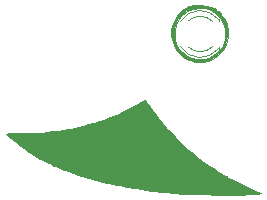
<source format=gbr>
G04 #@! TF.GenerationSoftware,KiCad,Pcbnew,(5.1.2)-1*
G04 #@! TF.CreationDate,2019-06-19T12:48:08+08:00*
G04 #@! TF.ProjectId,docker_take2,646f636b-6572-45f7-9461-6b65322e6b69,rev?*
G04 #@! TF.SameCoordinates,Original*
G04 #@! TF.FileFunction,Legend,Top*
G04 #@! TF.FilePolarity,Positive*
%FSLAX46Y46*%
G04 Gerber Fmt 4.6, Leading zero omitted, Abs format (unit mm)*
G04 Created by KiCad (PCBNEW (5.1.2)-1) date 2019-06-19 12:48:08*
%MOMM*%
%LPD*%
G04 APERTURE LIST*
%ADD10C,0.010000*%
%ADD11C,0.120000*%
G04 APERTURE END LIST*
D10*
G36*
X136133021Y-95376021D02*
G01*
X136290003Y-95578393D01*
X136417758Y-95794797D01*
X136502109Y-95945415D01*
X136569858Y-96021376D01*
X136578067Y-96023577D01*
X136643531Y-96078295D01*
X136740005Y-96213652D01*
X136762881Y-96251616D01*
X136923170Y-96488223D01*
X137167000Y-96799966D01*
X137475260Y-97166297D01*
X137828840Y-97566665D01*
X138208628Y-97980522D01*
X138595514Y-98387318D01*
X138970389Y-98766504D01*
X139314140Y-99097531D01*
X139607659Y-99359851D01*
X139782445Y-99498493D01*
X140012361Y-99673743D01*
X140261369Y-99875487D01*
X140349498Y-99950353D01*
X140543874Y-100117146D01*
X140705991Y-100249969D01*
X140867375Y-100371851D01*
X141059555Y-100505823D01*
X141314057Y-100674914D01*
X141571671Y-100843107D01*
X141860648Y-101033283D01*
X142123735Y-101210117D01*
X142327793Y-101351125D01*
X142424758Y-101421853D01*
X142581053Y-101522019D01*
X142704495Y-101566534D01*
X142708929Y-101566671D01*
X142845212Y-101608913D01*
X142873246Y-101630225D01*
X143000262Y-101720557D01*
X143228727Y-101854204D01*
X143531754Y-102017718D01*
X143882452Y-102197652D01*
X144253933Y-102380557D01*
X144619307Y-102552986D01*
X144951685Y-102701491D01*
X145224177Y-102812625D01*
X145274405Y-102831077D01*
X145503126Y-102918623D01*
X145673789Y-102994924D01*
X145747611Y-103041896D01*
X145691843Y-103059469D01*
X145522453Y-103079130D01*
X145266108Y-103099506D01*
X144949474Y-103119222D01*
X144599218Y-103136903D01*
X144242007Y-103151176D01*
X143904507Y-103160666D01*
X143613386Y-103163999D01*
X143431063Y-103161282D01*
X143225319Y-103165761D01*
X142973115Y-103185994D01*
X142904820Y-103193944D01*
X142681709Y-103206844D01*
X142378049Y-103204633D01*
X142052728Y-103188002D01*
X141992666Y-103183213D01*
X141720533Y-103165496D01*
X141345670Y-103148655D01*
X140905674Y-103133995D01*
X140438146Y-103122820D01*
X140102956Y-103117634D01*
X139688990Y-103110887D01*
X139322923Y-103101128D01*
X139028091Y-103089286D01*
X138827828Y-103076291D01*
X138746184Y-103063580D01*
X138654187Y-103042491D01*
X138453321Y-103015327D01*
X138174705Y-102985835D01*
X137899430Y-102961686D01*
X137309390Y-102911866D01*
X136802844Y-102863781D01*
X136392946Y-102818907D01*
X136092847Y-102778723D01*
X135915700Y-102744705D01*
X135888246Y-102735821D01*
X135771729Y-102706889D01*
X135557476Y-102668465D01*
X135287074Y-102627838D01*
X135221671Y-102618996D01*
X134904850Y-102574026D01*
X134596564Y-102525186D01*
X134359519Y-102482456D01*
X134344599Y-102479412D01*
X134135961Y-102436670D01*
X133838705Y-102376313D01*
X133501814Y-102308270D01*
X133327196Y-102273141D01*
X132707128Y-102139746D01*
X132070846Y-101986864D01*
X131442777Y-101821586D01*
X130847344Y-101651007D01*
X130308974Y-101482218D01*
X129852091Y-101322313D01*
X129501121Y-101178384D01*
X129416408Y-101137490D01*
X129266124Y-101084237D01*
X129201501Y-101075511D01*
X129090547Y-101046601D01*
X128902191Y-100972043D01*
X128744815Y-100900097D01*
X128541991Y-100805103D01*
X128394660Y-100741402D01*
X128344342Y-100724682D01*
X128268864Y-100696572D01*
X128096839Y-100621142D01*
X127858258Y-100511746D01*
X127713936Y-100444019D01*
X127452750Y-100322033D01*
X127242808Y-100226832D01*
X127113809Y-100171739D01*
X127088310Y-100163356D01*
X127019321Y-100126513D01*
X126865428Y-100028889D01*
X126656922Y-99889842D01*
X126606762Y-99855637D01*
X126364185Y-99692863D01*
X126143968Y-99550793D01*
X125990197Y-99457805D01*
X125979959Y-99452184D01*
X125767700Y-99319038D01*
X125514022Y-99134453D01*
X125279625Y-98943246D01*
X125229152Y-98897813D01*
X125093004Y-98790071D01*
X124906613Y-98662617D01*
X124869664Y-98639321D01*
X124662995Y-98489229D01*
X124447240Y-98300783D01*
X124393681Y-98247548D01*
X124257071Y-98102038D01*
X124210734Y-98027057D01*
X124246949Y-97992682D01*
X124323515Y-97975573D01*
X124439340Y-97965930D01*
X124672799Y-97956163D01*
X125001196Y-97946869D01*
X125401836Y-97938646D01*
X125852023Y-97932092D01*
X126056539Y-97929923D01*
X126514640Y-97923614D01*
X126926954Y-97914131D01*
X127272315Y-97902270D01*
X127529557Y-97888829D01*
X127677512Y-97874604D01*
X127703202Y-97867921D01*
X127806416Y-97838232D01*
X128008523Y-97803361D01*
X128268602Y-97770202D01*
X128308113Y-97766006D01*
X128620050Y-97732553D01*
X128925200Y-97697895D01*
X129152334Y-97670183D01*
X129366011Y-97634605D01*
X129659244Y-97575659D01*
X129996437Y-97501680D01*
X130341994Y-97421004D01*
X130660319Y-97341965D01*
X130915816Y-97272898D01*
X131072889Y-97222140D01*
X131081892Y-97218357D01*
X131256361Y-97158891D01*
X131432721Y-97115694D01*
X131730255Y-97054694D01*
X131919436Y-97007684D01*
X132030514Y-96966688D01*
X132059296Y-96950546D01*
X132157881Y-96905706D01*
X132351404Y-96830196D01*
X132601989Y-96738666D01*
X132660621Y-96717972D01*
X132975796Y-96606402D01*
X133235303Y-96510494D01*
X133468193Y-96417399D01*
X133703516Y-96314268D01*
X133970322Y-96188252D01*
X134297663Y-96026502D01*
X134714588Y-95816170D01*
X134817436Y-95764020D01*
X135956847Y-95186025D01*
X136133021Y-95376021D01*
X136133021Y-95376021D01*
G37*
X136133021Y-95376021D02*
X136290003Y-95578393D01*
X136417758Y-95794797D01*
X136502109Y-95945415D01*
X136569858Y-96021376D01*
X136578067Y-96023577D01*
X136643531Y-96078295D01*
X136740005Y-96213652D01*
X136762881Y-96251616D01*
X136923170Y-96488223D01*
X137167000Y-96799966D01*
X137475260Y-97166297D01*
X137828840Y-97566665D01*
X138208628Y-97980522D01*
X138595514Y-98387318D01*
X138970389Y-98766504D01*
X139314140Y-99097531D01*
X139607659Y-99359851D01*
X139782445Y-99498493D01*
X140012361Y-99673743D01*
X140261369Y-99875487D01*
X140349498Y-99950353D01*
X140543874Y-100117146D01*
X140705991Y-100249969D01*
X140867375Y-100371851D01*
X141059555Y-100505823D01*
X141314057Y-100674914D01*
X141571671Y-100843107D01*
X141860648Y-101033283D01*
X142123735Y-101210117D01*
X142327793Y-101351125D01*
X142424758Y-101421853D01*
X142581053Y-101522019D01*
X142704495Y-101566534D01*
X142708929Y-101566671D01*
X142845212Y-101608913D01*
X142873246Y-101630225D01*
X143000262Y-101720557D01*
X143228727Y-101854204D01*
X143531754Y-102017718D01*
X143882452Y-102197652D01*
X144253933Y-102380557D01*
X144619307Y-102552986D01*
X144951685Y-102701491D01*
X145224177Y-102812625D01*
X145274405Y-102831077D01*
X145503126Y-102918623D01*
X145673789Y-102994924D01*
X145747611Y-103041896D01*
X145691843Y-103059469D01*
X145522453Y-103079130D01*
X145266108Y-103099506D01*
X144949474Y-103119222D01*
X144599218Y-103136903D01*
X144242007Y-103151176D01*
X143904507Y-103160666D01*
X143613386Y-103163999D01*
X143431063Y-103161282D01*
X143225319Y-103165761D01*
X142973115Y-103185994D01*
X142904820Y-103193944D01*
X142681709Y-103206844D01*
X142378049Y-103204633D01*
X142052728Y-103188002D01*
X141992666Y-103183213D01*
X141720533Y-103165496D01*
X141345670Y-103148655D01*
X140905674Y-103133995D01*
X140438146Y-103122820D01*
X140102956Y-103117634D01*
X139688990Y-103110887D01*
X139322923Y-103101128D01*
X139028091Y-103089286D01*
X138827828Y-103076291D01*
X138746184Y-103063580D01*
X138654187Y-103042491D01*
X138453321Y-103015327D01*
X138174705Y-102985835D01*
X137899430Y-102961686D01*
X137309390Y-102911866D01*
X136802844Y-102863781D01*
X136392946Y-102818907D01*
X136092847Y-102778723D01*
X135915700Y-102744705D01*
X135888246Y-102735821D01*
X135771729Y-102706889D01*
X135557476Y-102668465D01*
X135287074Y-102627838D01*
X135221671Y-102618996D01*
X134904850Y-102574026D01*
X134596564Y-102525186D01*
X134359519Y-102482456D01*
X134344599Y-102479412D01*
X134135961Y-102436670D01*
X133838705Y-102376313D01*
X133501814Y-102308270D01*
X133327196Y-102273141D01*
X132707128Y-102139746D01*
X132070846Y-101986864D01*
X131442777Y-101821586D01*
X130847344Y-101651007D01*
X130308974Y-101482218D01*
X129852091Y-101322313D01*
X129501121Y-101178384D01*
X129416408Y-101137490D01*
X129266124Y-101084237D01*
X129201501Y-101075511D01*
X129090547Y-101046601D01*
X128902191Y-100972043D01*
X128744815Y-100900097D01*
X128541991Y-100805103D01*
X128394660Y-100741402D01*
X128344342Y-100724682D01*
X128268864Y-100696572D01*
X128096839Y-100621142D01*
X127858258Y-100511746D01*
X127713936Y-100444019D01*
X127452750Y-100322033D01*
X127242808Y-100226832D01*
X127113809Y-100171739D01*
X127088310Y-100163356D01*
X127019321Y-100126513D01*
X126865428Y-100028889D01*
X126656922Y-99889842D01*
X126606762Y-99855637D01*
X126364185Y-99692863D01*
X126143968Y-99550793D01*
X125990197Y-99457805D01*
X125979959Y-99452184D01*
X125767700Y-99319038D01*
X125514022Y-99134453D01*
X125279625Y-98943246D01*
X125229152Y-98897813D01*
X125093004Y-98790071D01*
X124906613Y-98662617D01*
X124869664Y-98639321D01*
X124662995Y-98489229D01*
X124447240Y-98300783D01*
X124393681Y-98247548D01*
X124257071Y-98102038D01*
X124210734Y-98027057D01*
X124246949Y-97992682D01*
X124323515Y-97975573D01*
X124439340Y-97965930D01*
X124672799Y-97956163D01*
X125001196Y-97946869D01*
X125401836Y-97938646D01*
X125852023Y-97932092D01*
X126056539Y-97929923D01*
X126514640Y-97923614D01*
X126926954Y-97914131D01*
X127272315Y-97902270D01*
X127529557Y-97888829D01*
X127677512Y-97874604D01*
X127703202Y-97867921D01*
X127806416Y-97838232D01*
X128008523Y-97803361D01*
X128268602Y-97770202D01*
X128308113Y-97766006D01*
X128620050Y-97732553D01*
X128925200Y-97697895D01*
X129152334Y-97670183D01*
X129366011Y-97634605D01*
X129659244Y-97575659D01*
X129996437Y-97501680D01*
X130341994Y-97421004D01*
X130660319Y-97341965D01*
X130915816Y-97272898D01*
X131072889Y-97222140D01*
X131081892Y-97218357D01*
X131256361Y-97158891D01*
X131432721Y-97115694D01*
X131730255Y-97054694D01*
X131919436Y-97007684D01*
X132030514Y-96966688D01*
X132059296Y-96950546D01*
X132157881Y-96905706D01*
X132351404Y-96830196D01*
X132601989Y-96738666D01*
X132660621Y-96717972D01*
X132975796Y-96606402D01*
X133235303Y-96510494D01*
X133468193Y-96417399D01*
X133703516Y-96314268D01*
X133970322Y-96188252D01*
X134297663Y-96026502D01*
X134714588Y-95816170D01*
X134817436Y-95764020D01*
X135956847Y-95186025D01*
X136133021Y-95376021D01*
G36*
X141066764Y-87149387D02*
G01*
X141453904Y-87279598D01*
X141746568Y-87392661D01*
X141930791Y-87482648D01*
X141992666Y-87542297D01*
X142050457Y-87602133D01*
X142136992Y-87640038D01*
X142261720Y-87731161D01*
X142380283Y-87895358D01*
X142395567Y-87925430D01*
X142481083Y-88080099D01*
X142548970Y-88161392D01*
X142559260Y-88165014D01*
X142614717Y-88222815D01*
X142703778Y-88371146D01*
X142768507Y-88498301D01*
X142877478Y-88835985D01*
X142934592Y-89253741D01*
X142939001Y-89700910D01*
X142889859Y-90126832D01*
X142801029Y-90445400D01*
X142562043Y-90876179D01*
X142215210Y-91268409D01*
X141792678Y-91593258D01*
X141326596Y-91821894D01*
X141230888Y-91853568D01*
X140962933Y-91910860D01*
X140654491Y-91941824D01*
X140360216Y-91944039D01*
X140134758Y-91915087D01*
X140098191Y-91903694D01*
X139976985Y-91858795D01*
X139775230Y-91784272D01*
X139609205Y-91723028D01*
X139169488Y-91489344D01*
X138790997Y-91147921D01*
X138487677Y-90723146D01*
X138273475Y-90239409D01*
X138162334Y-89721096D01*
X138164058Y-89533246D01*
X138455215Y-89533246D01*
X138490985Y-90023646D01*
X138609085Y-90433767D01*
X138825697Y-90807093D01*
X139014984Y-91037399D01*
X139413379Y-91378457D01*
X139876929Y-91606216D01*
X140381680Y-91715786D01*
X140903678Y-91702276D01*
X141418969Y-91560796D01*
X141470717Y-91538756D01*
X141881668Y-91290793D01*
X142245744Y-90945504D01*
X142520916Y-90544590D01*
X142565677Y-90452334D01*
X142683682Y-90064917D01*
X142733138Y-89618428D01*
X142713662Y-89166950D01*
X142624876Y-88764566D01*
X142578389Y-88647585D01*
X142292948Y-88186870D01*
X141904653Y-87800960D01*
X141512770Y-87553153D01*
X141024931Y-87388326D01*
X140513407Y-87348644D01*
X140006071Y-87428735D01*
X139530796Y-87623226D01*
X139115455Y-87926745D01*
X139008993Y-88035725D01*
X138725811Y-88406965D01*
X138550536Y-88791126D01*
X138467413Y-89230811D01*
X138455215Y-89533246D01*
X138164058Y-89533246D01*
X138167107Y-89201056D01*
X138295280Y-88677536D01*
X138529007Y-88205632D01*
X138850236Y-87798117D01*
X139240919Y-87467760D01*
X139683005Y-87227335D01*
X140158443Y-87089612D01*
X140649184Y-87067364D01*
X141066764Y-87149387D01*
X141066764Y-87149387D01*
G37*
X141066764Y-87149387D02*
X141453904Y-87279598D01*
X141746568Y-87392661D01*
X141930791Y-87482648D01*
X141992666Y-87542297D01*
X142050457Y-87602133D01*
X142136992Y-87640038D01*
X142261720Y-87731161D01*
X142380283Y-87895358D01*
X142395567Y-87925430D01*
X142481083Y-88080099D01*
X142548970Y-88161392D01*
X142559260Y-88165014D01*
X142614717Y-88222815D01*
X142703778Y-88371146D01*
X142768507Y-88498301D01*
X142877478Y-88835985D01*
X142934592Y-89253741D01*
X142939001Y-89700910D01*
X142889859Y-90126832D01*
X142801029Y-90445400D01*
X142562043Y-90876179D01*
X142215210Y-91268409D01*
X141792678Y-91593258D01*
X141326596Y-91821894D01*
X141230888Y-91853568D01*
X140962933Y-91910860D01*
X140654491Y-91941824D01*
X140360216Y-91944039D01*
X140134758Y-91915087D01*
X140098191Y-91903694D01*
X139976985Y-91858795D01*
X139775230Y-91784272D01*
X139609205Y-91723028D01*
X139169488Y-91489344D01*
X138790997Y-91147921D01*
X138487677Y-90723146D01*
X138273475Y-90239409D01*
X138162334Y-89721096D01*
X138164058Y-89533246D01*
X138455215Y-89533246D01*
X138490985Y-90023646D01*
X138609085Y-90433767D01*
X138825697Y-90807093D01*
X139014984Y-91037399D01*
X139413379Y-91378457D01*
X139876929Y-91606216D01*
X140381680Y-91715786D01*
X140903678Y-91702276D01*
X141418969Y-91560796D01*
X141470717Y-91538756D01*
X141881668Y-91290793D01*
X142245744Y-90945504D01*
X142520916Y-90544590D01*
X142565677Y-90452334D01*
X142683682Y-90064917D01*
X142733138Y-89618428D01*
X142713662Y-89166950D01*
X142624876Y-88764566D01*
X142578389Y-88647585D01*
X142292948Y-88186870D01*
X141904653Y-87800960D01*
X141512770Y-87553153D01*
X141024931Y-87388326D01*
X140513407Y-87348644D01*
X140006071Y-87428735D01*
X139530796Y-87623226D01*
X139115455Y-87926745D01*
X139008993Y-88035725D01*
X138725811Y-88406965D01*
X138550536Y-88791126D01*
X138467413Y-89230811D01*
X138455215Y-89533246D01*
X138164058Y-89533246D01*
X138167107Y-89201056D01*
X138295280Y-88677536D01*
X138529007Y-88205632D01*
X138850236Y-87798117D01*
X139240919Y-87467760D01*
X139683005Y-87227335D01*
X140158443Y-87089612D01*
X140649184Y-87067364D01*
X141066764Y-87149387D01*
D11*
X138942065Y-90639008D02*
G75*
G03X142174400Y-90795916I1672335J1078608D01*
G01*
X138942065Y-88481792D02*
G75*
G02X142174400Y-88324884I1672335J-1078608D01*
G01*
X139573270Y-90640237D02*
G75*
G03X141655361Y-90640400I1041130J1079837D01*
G01*
X139573270Y-88480563D02*
G75*
G02X141655361Y-88480400I1041130J-1079837D01*
G01*
X142174400Y-90796400D02*
X142174400Y-90640400D01*
X142174400Y-88480400D02*
X142174400Y-88324400D01*
M02*

</source>
